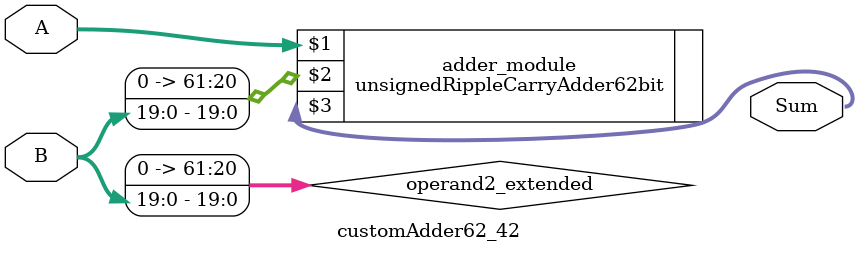
<source format=v>
module customAdder62_42(
                        input [61 : 0] A,
                        input [19 : 0] B,
                        
                        output [62 : 0] Sum
                );

        wire [61 : 0] operand2_extended;
        
        assign operand2_extended =  {42'b0, B};
        
        unsignedRippleCarryAdder62bit adder_module(
            A,
            operand2_extended,
            Sum
        );
        
        endmodule
        
</source>
